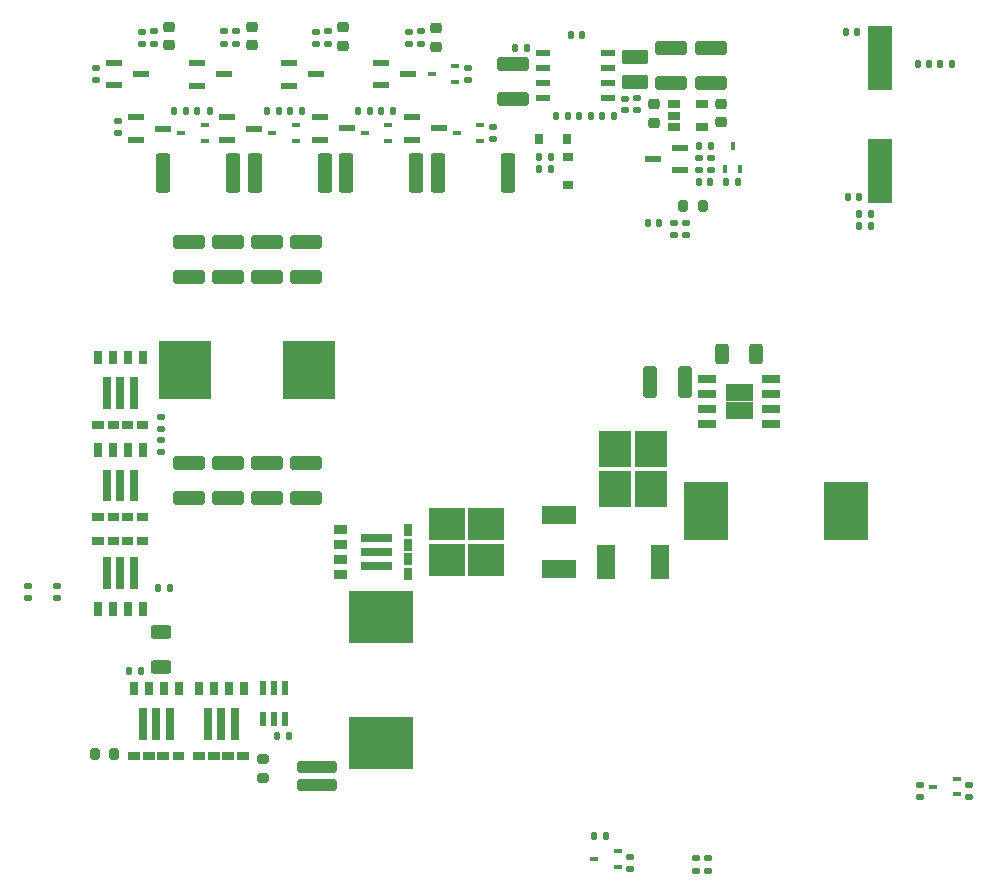
<source format=gtp>
G04 #@! TF.GenerationSoftware,KiCad,Pcbnew,(6.0.0)*
G04 #@! TF.CreationDate,2022-02-12T01:51:36-05:00*
G04 #@! TF.ProjectId,FalconMain,46616c63-6f6e-44d6-9169-6e2e6b696361,1A*
G04 #@! TF.SameCoordinates,Original*
G04 #@! TF.FileFunction,Paste,Top*
G04 #@! TF.FilePolarity,Positive*
%FSLAX46Y46*%
G04 Gerber Fmt 4.6, Leading zero omitted, Abs format (unit mm)*
G04 Created by KiCad (PCBNEW (6.0.0)) date 2022-02-12 01:51:36*
%MOMM*%
%LPD*%
G01*
G04 APERTURE LIST*
G04 Aperture macros list*
%AMRoundRect*
0 Rectangle with rounded corners*
0 $1 Rounding radius*
0 $2 $3 $4 $5 $6 $7 $8 $9 X,Y pos of 4 corners*
0 Add a 4 corners polygon primitive as box body*
4,1,4,$2,$3,$4,$5,$6,$7,$8,$9,$2,$3,0*
0 Add four circle primitives for the rounded corners*
1,1,$1+$1,$2,$3*
1,1,$1+$1,$4,$5*
1,1,$1+$1,$6,$7*
1,1,$1+$1,$8,$9*
0 Add four rect primitives between the rounded corners*
20,1,$1+$1,$2,$3,$4,$5,0*
20,1,$1+$1,$4,$5,$6,$7,0*
20,1,$1+$1,$6,$7,$8,$9,0*
20,1,$1+$1,$8,$9,$2,$3,0*%
G04 Aperture macros list end*
%ADD10C,0.010000*%
%ADD11C,0.100000*%
%ADD12RoundRect,0.135000X0.135000X0.185000X-0.135000X0.185000X-0.135000X-0.185000X0.135000X-0.185000X0*%
%ADD13RoundRect,0.225000X-0.250000X0.225000X-0.250000X-0.225000X0.250000X-0.225000X0.250000X0.225000X0*%
%ADD14RoundRect,0.135000X0.185000X-0.135000X0.185000X0.135000X-0.185000X0.135000X-0.185000X-0.135000X0*%
%ADD15R,1.411199X0.568000*%
%ADD16RoundRect,0.250000X-1.100000X0.325000X-1.100000X-0.325000X1.100000X-0.325000X1.100000X0.325000X0*%
%ADD17R,0.700000X0.450000*%
%ADD18RoundRect,0.135000X-0.185000X0.135000X-0.185000X-0.135000X0.185000X-0.135000X0.185000X0.135000X0*%
%ADD19RoundRect,0.250000X0.625000X-0.312500X0.625000X0.312500X-0.625000X0.312500X-0.625000X-0.312500X0*%
%ADD20RoundRect,0.135000X-0.135000X-0.185000X0.135000X-0.185000X0.135000X0.185000X-0.135000X0.185000X0*%
%ADD21R,4.500000X5.000000*%
%ADD22RoundRect,0.140000X-0.170000X0.140000X-0.170000X-0.140000X0.170000X-0.140000X0.170000X0.140000X0*%
%ADD23R,3.050000X2.750000*%
%ADD24R,3.000000X1.600000*%
%ADD25RoundRect,0.140000X0.140000X0.170000X-0.140000X0.170000X-0.140000X-0.170000X0.140000X-0.170000X0*%
%ADD26R,0.800000X0.900000*%
%ADD27R,0.620000X1.220000*%
%ADD28RoundRect,0.140000X-0.140000X-0.170000X0.140000X-0.170000X0.140000X0.170000X-0.140000X0.170000X0*%
%ADD29R,3.850000X5.000000*%
%ADD30RoundRect,0.250000X-0.362500X-1.425000X0.362500X-1.425000X0.362500X1.425000X-0.362500X1.425000X0*%
%ADD31RoundRect,0.200000X-0.275000X0.200000X-0.275000X-0.200000X0.275000X-0.200000X0.275000X0.200000X0*%
%ADD32R,0.900000X0.800000*%
%ADD33RoundRect,0.200000X0.200000X0.275000X-0.200000X0.275000X-0.200000X-0.275000X0.200000X-0.275000X0*%
%ADD34R,1.500000X0.650000*%
%ADD35R,2.000000X5.500000*%
%ADD36RoundRect,0.200000X-0.200000X-0.275000X0.200000X-0.275000X0.200000X0.275000X-0.200000X0.275000X0*%
%ADD37R,0.450000X0.700000*%
%ADD38RoundRect,0.250000X0.312500X0.625000X-0.312500X0.625000X-0.312500X-0.625000X0.312500X-0.625000X0*%
%ADD39R,5.500000X4.500000*%
%ADD40RoundRect,0.250000X1.100000X-0.325000X1.100000X0.325000X-1.100000X0.325000X-1.100000X-0.325000X0*%
%ADD41RoundRect,0.250000X-0.325000X-1.100000X0.325000X-1.100000X0.325000X1.100000X-0.325000X1.100000X0*%
%ADD42R,1.168400X0.482600*%
%ADD43RoundRect,0.225000X0.250000X-0.225000X0.250000X0.225000X-0.250000X0.225000X-0.250000X-0.225000X0*%
%ADD44RoundRect,0.250000X1.450000X-0.250000X1.450000X0.250000X-1.450000X0.250000X-1.450000X-0.250000X0*%
%ADD45RoundRect,0.250000X-0.850000X0.375000X-0.850000X-0.375000X0.850000X-0.375000X0.850000X0.375000X0*%
%ADD46R,1.000000X0.700000*%
%ADD47R,2.750000X3.050000*%
%ADD48R,1.600000X3.000000*%
G04 APERTURE END LIST*
D10*
X135150000Y-108117500D02*
X136200000Y-108117500D01*
X136200000Y-108117500D02*
X136200000Y-108717500D01*
X136200000Y-108717500D02*
X135150000Y-108717500D01*
X135150000Y-108717500D02*
X135150000Y-108117500D01*
G36*
X136200000Y-108717500D02*
G01*
X135150000Y-108717500D01*
X135150000Y-108117500D01*
X136200000Y-108117500D01*
X136200000Y-108717500D01*
G37*
X136200000Y-108717500D02*
X135150000Y-108717500D01*
X135150000Y-108117500D01*
X136200000Y-108117500D01*
X136200000Y-108717500D01*
X137400000Y-111172500D02*
X138300000Y-111172500D01*
X138300000Y-111172500D02*
X138300000Y-111772500D01*
X138300000Y-111772500D02*
X137400000Y-111772500D01*
X137400000Y-111772500D02*
X137400000Y-111172500D01*
G36*
X138300000Y-111772500D02*
G01*
X137400000Y-111772500D01*
X137400000Y-111172500D01*
X138300000Y-111172500D01*
X138300000Y-111772500D01*
G37*
X138300000Y-111772500D02*
X137400000Y-111772500D01*
X137400000Y-111172500D01*
X138300000Y-111172500D01*
X138300000Y-111772500D01*
X135150000Y-110657500D02*
X136200000Y-110657500D01*
X136200000Y-110657500D02*
X136200000Y-111257500D01*
X136200000Y-111257500D02*
X135150000Y-111257500D01*
X135150000Y-111257500D02*
X135150000Y-110657500D01*
G36*
X136200000Y-111257500D02*
G01*
X135150000Y-111257500D01*
X135150000Y-110657500D01*
X136200000Y-110657500D01*
X136200000Y-111257500D01*
G37*
X136200000Y-111257500D02*
X135150000Y-111257500D01*
X135150000Y-110657500D01*
X136200000Y-110657500D01*
X136200000Y-111257500D01*
X138250000Y-108872500D02*
X139150000Y-108872500D01*
X139150000Y-108872500D02*
X139150000Y-109472500D01*
X139150000Y-109472500D02*
X138250000Y-109472500D01*
X138250000Y-109472500D02*
X138250000Y-108872500D01*
G36*
X139150000Y-109472500D02*
G01*
X138250000Y-109472500D01*
X138250000Y-108872500D01*
X139150000Y-108872500D01*
X139150000Y-109472500D01*
G37*
X139150000Y-109472500D02*
X138250000Y-109472500D01*
X138250000Y-108872500D01*
X139150000Y-108872500D01*
X139150000Y-109472500D01*
X139100000Y-111172500D02*
X140000000Y-111172500D01*
X140000000Y-111172500D02*
X140000000Y-111772500D01*
X140000000Y-111772500D02*
X139100000Y-111772500D01*
X139100000Y-111772500D02*
X139100000Y-111172500D01*
G36*
X140000000Y-111772500D02*
G01*
X139100000Y-111772500D01*
X139100000Y-111172500D01*
X140000000Y-111172500D01*
X140000000Y-111772500D01*
G37*
X140000000Y-111772500D02*
X139100000Y-111772500D01*
X139100000Y-111172500D01*
X140000000Y-111172500D01*
X140000000Y-111772500D01*
X139100000Y-108872500D02*
X140000000Y-108872500D01*
X140000000Y-108872500D02*
X140000000Y-109472500D01*
X140000000Y-109472500D02*
X139100000Y-109472500D01*
X139100000Y-109472500D02*
X139100000Y-108872500D01*
G36*
X140000000Y-109472500D02*
G01*
X139100000Y-109472500D01*
X139100000Y-108872500D01*
X140000000Y-108872500D01*
X140000000Y-109472500D01*
G37*
X140000000Y-109472500D02*
X139100000Y-109472500D01*
X139100000Y-108872500D01*
X140000000Y-108872500D01*
X140000000Y-109472500D01*
X137400000Y-108872500D02*
X138300000Y-108872500D01*
X138300000Y-108872500D02*
X138300000Y-109472500D01*
X138300000Y-109472500D02*
X137400000Y-109472500D01*
X137400000Y-109472500D02*
X137400000Y-108872500D01*
G36*
X138300000Y-109472500D02*
G01*
X137400000Y-109472500D01*
X137400000Y-108872500D01*
X138300000Y-108872500D01*
X138300000Y-109472500D01*
G37*
X138300000Y-109472500D02*
X137400000Y-109472500D01*
X137400000Y-108872500D01*
X138300000Y-108872500D01*
X138300000Y-109472500D01*
X135150000Y-111927500D02*
X136200000Y-111927500D01*
X136200000Y-111927500D02*
X136200000Y-112527500D01*
X136200000Y-112527500D02*
X135150000Y-112527500D01*
X135150000Y-112527500D02*
X135150000Y-111927500D01*
G36*
X136200000Y-112527500D02*
G01*
X135150000Y-112527500D01*
X135150000Y-111927500D01*
X136200000Y-111927500D01*
X136200000Y-112527500D01*
G37*
X136200000Y-112527500D02*
X135150000Y-112527500D01*
X135150000Y-111927500D01*
X136200000Y-111927500D01*
X136200000Y-112527500D01*
X137400000Y-110022500D02*
X138300000Y-110022500D01*
X138300000Y-110022500D02*
X138300000Y-110622500D01*
X138300000Y-110622500D02*
X137400000Y-110622500D01*
X137400000Y-110622500D02*
X137400000Y-110022500D01*
G36*
X138300000Y-110622500D02*
G01*
X137400000Y-110622500D01*
X137400000Y-110022500D01*
X138300000Y-110022500D01*
X138300000Y-110622500D01*
G37*
X138300000Y-110622500D02*
X137400000Y-110622500D01*
X137400000Y-110022500D01*
X138300000Y-110022500D01*
X138300000Y-110622500D01*
X141100000Y-107997500D02*
X141700000Y-107997500D01*
X141700000Y-107997500D02*
X141700000Y-108897500D01*
X141700000Y-108897500D02*
X141100000Y-108897500D01*
X141100000Y-108897500D02*
X141100000Y-107997500D01*
G36*
X141700000Y-108897500D02*
G01*
X141100000Y-108897500D01*
X141100000Y-107997500D01*
X141700000Y-107997500D01*
X141700000Y-108897500D01*
G37*
X141700000Y-108897500D02*
X141100000Y-108897500D01*
X141100000Y-107997500D01*
X141700000Y-107997500D01*
X141700000Y-108897500D01*
X141100000Y-109272500D02*
X141700000Y-109272500D01*
X141700000Y-109272500D02*
X141700000Y-110172500D01*
X141700000Y-110172500D02*
X141100000Y-110172500D01*
X141100000Y-110172500D02*
X141100000Y-109272500D01*
G36*
X141700000Y-110172500D02*
G01*
X141100000Y-110172500D01*
X141100000Y-109272500D01*
X141700000Y-109272500D01*
X141700000Y-110172500D01*
G37*
X141700000Y-110172500D02*
X141100000Y-110172500D01*
X141100000Y-109272500D01*
X141700000Y-109272500D01*
X141700000Y-110172500D01*
X141100000Y-110472500D02*
X141700000Y-110472500D01*
X141700000Y-110472500D02*
X141700000Y-111372500D01*
X141700000Y-111372500D02*
X141100000Y-111372500D01*
X141100000Y-111372500D02*
X141100000Y-110472500D01*
G36*
X141700000Y-111372500D02*
G01*
X141100000Y-111372500D01*
X141100000Y-110472500D01*
X141700000Y-110472500D01*
X141700000Y-111372500D01*
G37*
X141700000Y-111372500D02*
X141100000Y-111372500D01*
X141100000Y-110472500D01*
X141700000Y-110472500D01*
X141700000Y-111372500D01*
X135150000Y-109387500D02*
X136200000Y-109387500D01*
X136200000Y-109387500D02*
X136200000Y-109987500D01*
X136200000Y-109987500D02*
X135150000Y-109987500D01*
X135150000Y-109987500D02*
X135150000Y-109387500D01*
G36*
X136200000Y-109987500D02*
G01*
X135150000Y-109987500D01*
X135150000Y-109387500D01*
X136200000Y-109387500D01*
X136200000Y-109987500D01*
G37*
X136200000Y-109987500D02*
X135150000Y-109987500D01*
X135150000Y-109387500D01*
X136200000Y-109387500D01*
X136200000Y-109987500D01*
X138250000Y-111172500D02*
X139150000Y-111172500D01*
X139150000Y-111172500D02*
X139150000Y-111772500D01*
X139150000Y-111772500D02*
X138250000Y-111772500D01*
X138250000Y-111772500D02*
X138250000Y-111172500D01*
G36*
X139150000Y-111772500D02*
G01*
X138250000Y-111772500D01*
X138250000Y-111172500D01*
X139150000Y-111172500D01*
X139150000Y-111772500D01*
G37*
X139150000Y-111772500D02*
X138250000Y-111772500D01*
X138250000Y-111172500D01*
X139150000Y-111172500D01*
X139150000Y-111772500D01*
X141100000Y-111747500D02*
X141700000Y-111747500D01*
X141700000Y-111747500D02*
X141700000Y-112647500D01*
X141700000Y-112647500D02*
X141100000Y-112647500D01*
X141100000Y-112647500D02*
X141100000Y-111747500D01*
G36*
X141700000Y-112647500D02*
G01*
X141100000Y-112647500D01*
X141100000Y-111747500D01*
X141700000Y-111747500D01*
X141700000Y-112647500D01*
G37*
X141700000Y-112647500D02*
X141100000Y-112647500D01*
X141100000Y-111747500D01*
X141700000Y-111747500D01*
X141700000Y-112647500D01*
X139100000Y-110022500D02*
X140000000Y-110022500D01*
X140000000Y-110022500D02*
X140000000Y-110622500D01*
X140000000Y-110622500D02*
X139100000Y-110622500D01*
X139100000Y-110622500D02*
X139100000Y-110022500D01*
G36*
X140000000Y-110622500D02*
G01*
X139100000Y-110622500D01*
X139100000Y-110022500D01*
X140000000Y-110022500D01*
X140000000Y-110622500D01*
G37*
X140000000Y-110622500D02*
X139100000Y-110622500D01*
X139100000Y-110022500D01*
X140000000Y-110022500D01*
X140000000Y-110622500D01*
X138250000Y-110022500D02*
X139150000Y-110022500D01*
X139150000Y-110022500D02*
X139150000Y-110622500D01*
X139150000Y-110622500D02*
X138250000Y-110622500D01*
X138250000Y-110622500D02*
X138250000Y-110022500D01*
G36*
X139150000Y-110622500D02*
G01*
X138250000Y-110622500D01*
X138250000Y-110022500D01*
X139150000Y-110022500D01*
X139150000Y-110622500D01*
G37*
X139150000Y-110622500D02*
X138250000Y-110622500D01*
X138250000Y-110022500D01*
X139150000Y-110022500D01*
X139150000Y-110622500D01*
X125400000Y-127305000D02*
X125400000Y-127905000D01*
X125400000Y-127905000D02*
X124500000Y-127905000D01*
X124500000Y-127905000D02*
X124500000Y-127305000D01*
X124500000Y-127305000D02*
X125400000Y-127305000D01*
G36*
X125400000Y-127905000D02*
G01*
X124500000Y-127905000D01*
X124500000Y-127305000D01*
X125400000Y-127305000D01*
X125400000Y-127905000D01*
G37*
X125400000Y-127905000D02*
X124500000Y-127905000D01*
X124500000Y-127305000D01*
X125400000Y-127305000D01*
X125400000Y-127905000D01*
X124700000Y-123605000D02*
X124700000Y-124505000D01*
X124700000Y-124505000D02*
X124100000Y-124505000D01*
X124100000Y-124505000D02*
X124100000Y-123605000D01*
X124100000Y-123605000D02*
X124700000Y-123605000D01*
G36*
X124700000Y-124505000D02*
G01*
X124100000Y-124505000D01*
X124100000Y-123605000D01*
X124700000Y-123605000D01*
X124700000Y-124505000D01*
G37*
X124700000Y-124505000D02*
X124100000Y-124505000D01*
X124100000Y-123605000D01*
X124700000Y-123605000D01*
X124700000Y-124505000D01*
X124125000Y-127305000D02*
X124125000Y-127905000D01*
X124125000Y-127905000D02*
X123225000Y-127905000D01*
X123225000Y-127905000D02*
X123225000Y-127305000D01*
X123225000Y-127305000D02*
X124125000Y-127305000D01*
G36*
X124125000Y-127905000D02*
G01*
X123225000Y-127905000D01*
X123225000Y-127305000D01*
X124125000Y-127305000D01*
X124125000Y-127905000D01*
G37*
X124125000Y-127905000D02*
X123225000Y-127905000D01*
X123225000Y-127305000D01*
X124125000Y-127305000D01*
X124125000Y-127905000D01*
X124700000Y-125305000D02*
X124700000Y-126205000D01*
X124700000Y-126205000D02*
X124100000Y-126205000D01*
X124100000Y-126205000D02*
X124100000Y-125305000D01*
X124100000Y-125305000D02*
X124700000Y-125305000D01*
G36*
X124700000Y-126205000D02*
G01*
X124100000Y-126205000D01*
X124100000Y-125305000D01*
X124700000Y-125305000D01*
X124700000Y-126205000D01*
G37*
X124700000Y-126205000D02*
X124100000Y-126205000D01*
X124100000Y-125305000D01*
X124700000Y-125305000D01*
X124700000Y-126205000D01*
X125850000Y-124455000D02*
X125850000Y-125355000D01*
X125850000Y-125355000D02*
X125250000Y-125355000D01*
X125250000Y-125355000D02*
X125250000Y-124455000D01*
X125250000Y-124455000D02*
X125850000Y-124455000D01*
G36*
X125850000Y-125355000D02*
G01*
X125250000Y-125355000D01*
X125250000Y-124455000D01*
X125850000Y-124455000D01*
X125850000Y-125355000D01*
G37*
X125850000Y-125355000D02*
X125250000Y-125355000D01*
X125250000Y-124455000D01*
X125850000Y-124455000D01*
X125850000Y-125355000D01*
X126600000Y-127305000D02*
X126600000Y-127905000D01*
X126600000Y-127905000D02*
X125700000Y-127905000D01*
X125700000Y-127905000D02*
X125700000Y-127305000D01*
X125700000Y-127305000D02*
X126600000Y-127305000D01*
G36*
X126600000Y-127905000D02*
G01*
X125700000Y-127905000D01*
X125700000Y-127305000D01*
X126600000Y-127305000D01*
X126600000Y-127905000D01*
G37*
X126600000Y-127905000D02*
X125700000Y-127905000D01*
X125700000Y-127305000D01*
X126600000Y-127305000D01*
X126600000Y-127905000D01*
X127000000Y-123605000D02*
X127000000Y-124505000D01*
X127000000Y-124505000D02*
X126400000Y-124505000D01*
X126400000Y-124505000D02*
X126400000Y-123605000D01*
X126400000Y-123605000D02*
X127000000Y-123605000D01*
G36*
X127000000Y-124505000D02*
G01*
X126400000Y-124505000D01*
X126400000Y-123605000D01*
X127000000Y-123605000D01*
X127000000Y-124505000D01*
G37*
X127000000Y-124505000D02*
X126400000Y-124505000D01*
X126400000Y-123605000D01*
X127000000Y-123605000D01*
X127000000Y-124505000D01*
X125850000Y-123605000D02*
X125850000Y-124505000D01*
X125850000Y-124505000D02*
X125250000Y-124505000D01*
X125250000Y-124505000D02*
X125250000Y-123605000D01*
X125250000Y-123605000D02*
X125850000Y-123605000D01*
G36*
X125850000Y-124505000D02*
G01*
X125250000Y-124505000D01*
X125250000Y-123605000D01*
X125850000Y-123605000D01*
X125850000Y-124505000D01*
G37*
X125850000Y-124505000D02*
X125250000Y-124505000D01*
X125250000Y-123605000D01*
X125850000Y-123605000D01*
X125850000Y-124505000D01*
X127000000Y-125305000D02*
X127000000Y-126205000D01*
X127000000Y-126205000D02*
X126400000Y-126205000D01*
X126400000Y-126205000D02*
X126400000Y-125305000D01*
X126400000Y-125305000D02*
X127000000Y-125305000D01*
G36*
X127000000Y-126205000D02*
G01*
X126400000Y-126205000D01*
X126400000Y-125305000D01*
X127000000Y-125305000D01*
X127000000Y-126205000D01*
G37*
X127000000Y-126205000D02*
X126400000Y-126205000D01*
X126400000Y-125305000D01*
X127000000Y-125305000D01*
X127000000Y-126205000D01*
X127000000Y-124455000D02*
X127000000Y-125355000D01*
X127000000Y-125355000D02*
X126400000Y-125355000D01*
X126400000Y-125355000D02*
X126400000Y-124455000D01*
X126400000Y-124455000D02*
X127000000Y-124455000D01*
G36*
X127000000Y-125355000D02*
G01*
X126400000Y-125355000D01*
X126400000Y-124455000D01*
X127000000Y-124455000D01*
X127000000Y-125355000D01*
G37*
X127000000Y-125355000D02*
X126400000Y-125355000D01*
X126400000Y-124455000D01*
X127000000Y-124455000D01*
X127000000Y-125355000D01*
X125215000Y-121355000D02*
X125215000Y-122405000D01*
X125215000Y-122405000D02*
X124615000Y-122405000D01*
X124615000Y-122405000D02*
X124615000Y-121355000D01*
X124615000Y-121355000D02*
X125215000Y-121355000D01*
G36*
X125215000Y-122405000D02*
G01*
X124615000Y-122405000D01*
X124615000Y-121355000D01*
X125215000Y-121355000D01*
X125215000Y-122405000D01*
G37*
X125215000Y-122405000D02*
X124615000Y-122405000D01*
X124615000Y-121355000D01*
X125215000Y-121355000D01*
X125215000Y-122405000D01*
X125850000Y-125305000D02*
X125850000Y-126205000D01*
X125850000Y-126205000D02*
X125250000Y-126205000D01*
X125250000Y-126205000D02*
X125250000Y-125305000D01*
X125250000Y-125305000D02*
X125850000Y-125305000D01*
G36*
X125850000Y-126205000D02*
G01*
X125250000Y-126205000D01*
X125250000Y-125305000D01*
X125850000Y-125305000D01*
X125850000Y-126205000D01*
G37*
X125850000Y-126205000D02*
X125250000Y-126205000D01*
X125250000Y-125305000D01*
X125850000Y-125305000D01*
X125850000Y-126205000D01*
X126485000Y-121355000D02*
X126485000Y-122405000D01*
X126485000Y-122405000D02*
X125885000Y-122405000D01*
X125885000Y-122405000D02*
X125885000Y-121355000D01*
X125885000Y-121355000D02*
X126485000Y-121355000D01*
G36*
X126485000Y-122405000D02*
G01*
X125885000Y-122405000D01*
X125885000Y-121355000D01*
X126485000Y-121355000D01*
X126485000Y-122405000D01*
G37*
X126485000Y-122405000D02*
X125885000Y-122405000D01*
X125885000Y-121355000D01*
X126485000Y-121355000D01*
X126485000Y-122405000D01*
X124700000Y-124455000D02*
X124700000Y-125355000D01*
X124700000Y-125355000D02*
X124100000Y-125355000D01*
X124100000Y-125355000D02*
X124100000Y-124455000D01*
X124100000Y-124455000D02*
X124700000Y-124455000D01*
G36*
X124700000Y-125355000D02*
G01*
X124100000Y-125355000D01*
X124100000Y-124455000D01*
X124700000Y-124455000D01*
X124700000Y-125355000D01*
G37*
X124700000Y-125355000D02*
X124100000Y-125355000D01*
X124100000Y-124455000D01*
X124700000Y-124455000D01*
X124700000Y-125355000D01*
X127875000Y-127305000D02*
X127875000Y-127905000D01*
X127875000Y-127905000D02*
X126975000Y-127905000D01*
X126975000Y-127905000D02*
X126975000Y-127305000D01*
X126975000Y-127305000D02*
X127875000Y-127305000D01*
G36*
X127875000Y-127905000D02*
G01*
X126975000Y-127905000D01*
X126975000Y-127305000D01*
X127875000Y-127305000D01*
X127875000Y-127905000D01*
G37*
X127875000Y-127905000D02*
X126975000Y-127905000D01*
X126975000Y-127305000D01*
X127875000Y-127305000D01*
X127875000Y-127905000D01*
X123945000Y-121355000D02*
X123945000Y-122405000D01*
X123945000Y-122405000D02*
X123345000Y-122405000D01*
X123345000Y-122405000D02*
X123345000Y-121355000D01*
X123345000Y-121355000D02*
X123945000Y-121355000D01*
G36*
X123945000Y-122405000D02*
G01*
X123345000Y-122405000D01*
X123345000Y-121355000D01*
X123945000Y-121355000D01*
X123945000Y-122405000D01*
G37*
X123945000Y-122405000D02*
X123345000Y-122405000D01*
X123345000Y-121355000D01*
X123945000Y-121355000D01*
X123945000Y-122405000D01*
X127755000Y-121355000D02*
X127755000Y-122405000D01*
X127755000Y-122405000D02*
X127155000Y-122405000D01*
X127155000Y-122405000D02*
X127155000Y-121355000D01*
X127155000Y-121355000D02*
X127755000Y-121355000D01*
G36*
X127755000Y-122405000D02*
G01*
X127155000Y-122405000D01*
X127155000Y-121355000D01*
X127755000Y-121355000D01*
X127755000Y-122405000D01*
G37*
X127755000Y-122405000D02*
X127155000Y-122405000D01*
X127155000Y-121355000D01*
X127755000Y-121355000D01*
X127755000Y-122405000D01*
D11*
X170556500Y-97500000D02*
X170556500Y-96163300D01*
X170556500Y-96163300D02*
X168343500Y-96163300D01*
X168343500Y-96163300D02*
X168343500Y-97500000D01*
X168343500Y-97500000D02*
X170556500Y-97500000D01*
G36*
X170556500Y-97500000D02*
G01*
X168343500Y-97500000D01*
X168343500Y-96163300D01*
X170556500Y-96163300D01*
X170556500Y-97500000D01*
G37*
X170556500Y-97500000D02*
X168343500Y-97500000D01*
X168343500Y-96163300D01*
X170556500Y-96163300D01*
X170556500Y-97500000D01*
X170556500Y-99036700D02*
X170556500Y-97700000D01*
X170556500Y-97700000D02*
X168343500Y-97700000D01*
X168343500Y-97700000D02*
X168343500Y-99036700D01*
X168343500Y-99036700D02*
X170556500Y-99036700D01*
G36*
X170556500Y-99036700D02*
G01*
X168343500Y-99036700D01*
X168343500Y-97700000D01*
X170556500Y-97700000D01*
X170556500Y-99036700D01*
G37*
X170556500Y-99036700D02*
X168343500Y-99036700D01*
X168343500Y-97700000D01*
X170556500Y-97700000D01*
X170556500Y-99036700D01*
D10*
X121500000Y-125305000D02*
X121500000Y-126205000D01*
X121500000Y-126205000D02*
X120900000Y-126205000D01*
X120900000Y-126205000D02*
X120900000Y-125305000D01*
X120900000Y-125305000D02*
X121500000Y-125305000D01*
G36*
X121500000Y-126205000D02*
G01*
X120900000Y-126205000D01*
X120900000Y-125305000D01*
X121500000Y-125305000D01*
X121500000Y-126205000D01*
G37*
X121500000Y-126205000D02*
X120900000Y-126205000D01*
X120900000Y-125305000D01*
X121500000Y-125305000D01*
X121500000Y-126205000D01*
X119715000Y-121355000D02*
X119715000Y-122405000D01*
X119715000Y-122405000D02*
X119115000Y-122405000D01*
X119115000Y-122405000D02*
X119115000Y-121355000D01*
X119115000Y-121355000D02*
X119715000Y-121355000D01*
G36*
X119715000Y-122405000D02*
G01*
X119115000Y-122405000D01*
X119115000Y-121355000D01*
X119715000Y-121355000D01*
X119715000Y-122405000D01*
G37*
X119715000Y-122405000D02*
X119115000Y-122405000D01*
X119115000Y-121355000D01*
X119715000Y-121355000D01*
X119715000Y-122405000D01*
X121500000Y-123605000D02*
X121500000Y-124505000D01*
X121500000Y-124505000D02*
X120900000Y-124505000D01*
X120900000Y-124505000D02*
X120900000Y-123605000D01*
X120900000Y-123605000D02*
X121500000Y-123605000D01*
G36*
X121500000Y-124505000D02*
G01*
X120900000Y-124505000D01*
X120900000Y-123605000D01*
X121500000Y-123605000D01*
X121500000Y-124505000D01*
G37*
X121500000Y-124505000D02*
X120900000Y-124505000D01*
X120900000Y-123605000D01*
X121500000Y-123605000D01*
X121500000Y-124505000D01*
X119200000Y-124455000D02*
X119200000Y-125355000D01*
X119200000Y-125355000D02*
X118600000Y-125355000D01*
X118600000Y-125355000D02*
X118600000Y-124455000D01*
X118600000Y-124455000D02*
X119200000Y-124455000D01*
G36*
X119200000Y-125355000D02*
G01*
X118600000Y-125355000D01*
X118600000Y-124455000D01*
X119200000Y-124455000D01*
X119200000Y-125355000D01*
G37*
X119200000Y-125355000D02*
X118600000Y-125355000D01*
X118600000Y-124455000D01*
X119200000Y-124455000D01*
X119200000Y-125355000D01*
X120985000Y-121355000D02*
X120985000Y-122405000D01*
X120985000Y-122405000D02*
X120385000Y-122405000D01*
X120385000Y-122405000D02*
X120385000Y-121355000D01*
X120385000Y-121355000D02*
X120985000Y-121355000D01*
G36*
X120985000Y-122405000D02*
G01*
X120385000Y-122405000D01*
X120385000Y-121355000D01*
X120985000Y-121355000D01*
X120985000Y-122405000D01*
G37*
X120985000Y-122405000D02*
X120385000Y-122405000D01*
X120385000Y-121355000D01*
X120985000Y-121355000D01*
X120985000Y-122405000D01*
X118625000Y-127305000D02*
X118625000Y-127905000D01*
X118625000Y-127905000D02*
X117725000Y-127905000D01*
X117725000Y-127905000D02*
X117725000Y-127305000D01*
X117725000Y-127305000D02*
X118625000Y-127305000D01*
G36*
X118625000Y-127905000D02*
G01*
X117725000Y-127905000D01*
X117725000Y-127305000D01*
X118625000Y-127305000D01*
X118625000Y-127905000D01*
G37*
X118625000Y-127905000D02*
X117725000Y-127905000D01*
X117725000Y-127305000D01*
X118625000Y-127305000D01*
X118625000Y-127905000D01*
X120350000Y-124455000D02*
X120350000Y-125355000D01*
X120350000Y-125355000D02*
X119750000Y-125355000D01*
X119750000Y-125355000D02*
X119750000Y-124455000D01*
X119750000Y-124455000D02*
X120350000Y-124455000D01*
G36*
X120350000Y-125355000D02*
G01*
X119750000Y-125355000D01*
X119750000Y-124455000D01*
X120350000Y-124455000D01*
X120350000Y-125355000D01*
G37*
X120350000Y-125355000D02*
X119750000Y-125355000D01*
X119750000Y-124455000D01*
X120350000Y-124455000D01*
X120350000Y-125355000D01*
X120350000Y-125305000D02*
X120350000Y-126205000D01*
X120350000Y-126205000D02*
X119750000Y-126205000D01*
X119750000Y-126205000D02*
X119750000Y-125305000D01*
X119750000Y-125305000D02*
X120350000Y-125305000D01*
G36*
X120350000Y-126205000D02*
G01*
X119750000Y-126205000D01*
X119750000Y-125305000D01*
X120350000Y-125305000D01*
X120350000Y-126205000D01*
G37*
X120350000Y-126205000D02*
X119750000Y-126205000D01*
X119750000Y-125305000D01*
X120350000Y-125305000D01*
X120350000Y-126205000D01*
X119200000Y-123605000D02*
X119200000Y-124505000D01*
X119200000Y-124505000D02*
X118600000Y-124505000D01*
X118600000Y-124505000D02*
X118600000Y-123605000D01*
X118600000Y-123605000D02*
X119200000Y-123605000D01*
G36*
X119200000Y-124505000D02*
G01*
X118600000Y-124505000D01*
X118600000Y-123605000D01*
X119200000Y-123605000D01*
X119200000Y-124505000D01*
G37*
X119200000Y-124505000D02*
X118600000Y-124505000D01*
X118600000Y-123605000D01*
X119200000Y-123605000D01*
X119200000Y-124505000D01*
X122375000Y-127305000D02*
X122375000Y-127905000D01*
X122375000Y-127905000D02*
X121475000Y-127905000D01*
X121475000Y-127905000D02*
X121475000Y-127305000D01*
X121475000Y-127305000D02*
X122375000Y-127305000D01*
G36*
X122375000Y-127905000D02*
G01*
X121475000Y-127905000D01*
X121475000Y-127305000D01*
X122375000Y-127305000D01*
X122375000Y-127905000D01*
G37*
X122375000Y-127905000D02*
X121475000Y-127905000D01*
X121475000Y-127305000D01*
X122375000Y-127305000D01*
X122375000Y-127905000D01*
X119900000Y-127305000D02*
X119900000Y-127905000D01*
X119900000Y-127905000D02*
X119000000Y-127905000D01*
X119000000Y-127905000D02*
X119000000Y-127305000D01*
X119000000Y-127305000D02*
X119900000Y-127305000D01*
G36*
X119900000Y-127905000D02*
G01*
X119000000Y-127905000D01*
X119000000Y-127305000D01*
X119900000Y-127305000D01*
X119900000Y-127905000D01*
G37*
X119900000Y-127905000D02*
X119000000Y-127905000D01*
X119000000Y-127305000D01*
X119900000Y-127305000D01*
X119900000Y-127905000D01*
X120350000Y-123605000D02*
X120350000Y-124505000D01*
X120350000Y-124505000D02*
X119750000Y-124505000D01*
X119750000Y-124505000D02*
X119750000Y-123605000D01*
X119750000Y-123605000D02*
X120350000Y-123605000D01*
G36*
X120350000Y-124505000D02*
G01*
X119750000Y-124505000D01*
X119750000Y-123605000D01*
X120350000Y-123605000D01*
X120350000Y-124505000D01*
G37*
X120350000Y-124505000D02*
X119750000Y-124505000D01*
X119750000Y-123605000D01*
X120350000Y-123605000D01*
X120350000Y-124505000D01*
X121500000Y-124455000D02*
X121500000Y-125355000D01*
X121500000Y-125355000D02*
X120900000Y-125355000D01*
X120900000Y-125355000D02*
X120900000Y-124455000D01*
X120900000Y-124455000D02*
X121500000Y-124455000D01*
G36*
X121500000Y-125355000D02*
G01*
X120900000Y-125355000D01*
X120900000Y-124455000D01*
X121500000Y-124455000D01*
X121500000Y-125355000D01*
G37*
X121500000Y-125355000D02*
X120900000Y-125355000D01*
X120900000Y-124455000D01*
X121500000Y-124455000D01*
X121500000Y-125355000D01*
X118445000Y-121355000D02*
X118445000Y-122405000D01*
X118445000Y-122405000D02*
X117845000Y-122405000D01*
X117845000Y-122405000D02*
X117845000Y-121355000D01*
X117845000Y-121355000D02*
X118445000Y-121355000D01*
G36*
X118445000Y-122405000D02*
G01*
X117845000Y-122405000D01*
X117845000Y-121355000D01*
X118445000Y-121355000D01*
X118445000Y-122405000D01*
G37*
X118445000Y-122405000D02*
X117845000Y-122405000D01*
X117845000Y-121355000D01*
X118445000Y-121355000D01*
X118445000Y-122405000D01*
X121100000Y-127305000D02*
X121100000Y-127905000D01*
X121100000Y-127905000D02*
X120200000Y-127905000D01*
X120200000Y-127905000D02*
X120200000Y-127305000D01*
X120200000Y-127305000D02*
X121100000Y-127305000D01*
G36*
X121100000Y-127905000D02*
G01*
X120200000Y-127905000D01*
X120200000Y-127305000D01*
X121100000Y-127305000D01*
X121100000Y-127905000D01*
G37*
X121100000Y-127905000D02*
X120200000Y-127905000D01*
X120200000Y-127305000D01*
X121100000Y-127305000D01*
X121100000Y-127905000D01*
X119200000Y-125305000D02*
X119200000Y-126205000D01*
X119200000Y-126205000D02*
X118600000Y-126205000D01*
X118600000Y-126205000D02*
X118600000Y-125305000D01*
X118600000Y-125305000D02*
X119200000Y-125305000D01*
G36*
X119200000Y-126205000D02*
G01*
X118600000Y-126205000D01*
X118600000Y-125305000D01*
X119200000Y-125305000D01*
X119200000Y-126205000D01*
G37*
X119200000Y-126205000D02*
X118600000Y-126205000D01*
X118600000Y-125305000D01*
X119200000Y-125305000D01*
X119200000Y-126205000D01*
X122255000Y-121355000D02*
X122255000Y-122405000D01*
X122255000Y-122405000D02*
X121655000Y-122405000D01*
X121655000Y-122405000D02*
X121655000Y-121355000D01*
X121655000Y-121355000D02*
X122255000Y-121355000D01*
G36*
X122255000Y-122405000D02*
G01*
X121655000Y-122405000D01*
X121655000Y-121355000D01*
X122255000Y-121355000D01*
X122255000Y-122405000D01*
G37*
X122255000Y-122405000D02*
X121655000Y-122405000D01*
X121655000Y-121355000D01*
X122255000Y-121355000D01*
X122255000Y-122405000D01*
X118475000Y-105095000D02*
X118475000Y-105995000D01*
X118475000Y-105995000D02*
X117875000Y-105995000D01*
X117875000Y-105995000D02*
X117875000Y-105095000D01*
X117875000Y-105095000D02*
X118475000Y-105095000D01*
G36*
X118475000Y-105995000D02*
G01*
X117875000Y-105995000D01*
X117875000Y-105095000D01*
X118475000Y-105095000D01*
X118475000Y-105995000D01*
G37*
X118475000Y-105995000D02*
X117875000Y-105995000D01*
X117875000Y-105095000D01*
X118475000Y-105095000D01*
X118475000Y-105995000D01*
X117325000Y-104245000D02*
X117325000Y-105145000D01*
X117325000Y-105145000D02*
X116725000Y-105145000D01*
X116725000Y-105145000D02*
X116725000Y-104245000D01*
X116725000Y-104245000D02*
X117325000Y-104245000D01*
G36*
X117325000Y-105145000D02*
G01*
X116725000Y-105145000D01*
X116725000Y-104245000D01*
X117325000Y-104245000D01*
X117325000Y-105145000D01*
G37*
X117325000Y-105145000D02*
X116725000Y-105145000D01*
X116725000Y-104245000D01*
X117325000Y-104245000D01*
X117325000Y-105145000D01*
X116175000Y-105095000D02*
X116175000Y-105995000D01*
X116175000Y-105995000D02*
X115575000Y-105995000D01*
X115575000Y-105995000D02*
X115575000Y-105095000D01*
X115575000Y-105095000D02*
X116175000Y-105095000D01*
G36*
X116175000Y-105995000D02*
G01*
X115575000Y-105995000D01*
X115575000Y-105095000D01*
X116175000Y-105095000D01*
X116175000Y-105995000D01*
G37*
X116175000Y-105995000D02*
X115575000Y-105995000D01*
X115575000Y-105095000D01*
X116175000Y-105095000D01*
X116175000Y-105995000D01*
X116175000Y-103395000D02*
X116175000Y-104295000D01*
X116175000Y-104295000D02*
X115575000Y-104295000D01*
X115575000Y-104295000D02*
X115575000Y-103395000D01*
X115575000Y-103395000D02*
X116175000Y-103395000D01*
G36*
X116175000Y-104295000D02*
G01*
X115575000Y-104295000D01*
X115575000Y-103395000D01*
X116175000Y-103395000D01*
X116175000Y-104295000D01*
G37*
X116175000Y-104295000D02*
X115575000Y-104295000D01*
X115575000Y-103395000D01*
X116175000Y-103395000D01*
X116175000Y-104295000D01*
X119350000Y-107095000D02*
X119350000Y-107695000D01*
X119350000Y-107695000D02*
X118450000Y-107695000D01*
X118450000Y-107695000D02*
X118450000Y-107095000D01*
X118450000Y-107095000D02*
X119350000Y-107095000D01*
G36*
X119350000Y-107695000D02*
G01*
X118450000Y-107695000D01*
X118450000Y-107095000D01*
X119350000Y-107095000D01*
X119350000Y-107695000D01*
G37*
X119350000Y-107695000D02*
X118450000Y-107695000D01*
X118450000Y-107095000D01*
X119350000Y-107095000D01*
X119350000Y-107695000D01*
X119230000Y-101145000D02*
X119230000Y-102195000D01*
X119230000Y-102195000D02*
X118630000Y-102195000D01*
X118630000Y-102195000D02*
X118630000Y-101145000D01*
X118630000Y-101145000D02*
X119230000Y-101145000D01*
G36*
X119230000Y-102195000D02*
G01*
X118630000Y-102195000D01*
X118630000Y-101145000D01*
X119230000Y-101145000D01*
X119230000Y-102195000D01*
G37*
X119230000Y-102195000D02*
X118630000Y-102195000D01*
X118630000Y-101145000D01*
X119230000Y-101145000D01*
X119230000Y-102195000D01*
X117960000Y-101145000D02*
X117960000Y-102195000D01*
X117960000Y-102195000D02*
X117360000Y-102195000D01*
X117360000Y-102195000D02*
X117360000Y-101145000D01*
X117360000Y-101145000D02*
X117960000Y-101145000D01*
G36*
X117960000Y-102195000D02*
G01*
X117360000Y-102195000D01*
X117360000Y-101145000D01*
X117960000Y-101145000D01*
X117960000Y-102195000D01*
G37*
X117960000Y-102195000D02*
X117360000Y-102195000D01*
X117360000Y-101145000D01*
X117960000Y-101145000D01*
X117960000Y-102195000D01*
X116175000Y-104245000D02*
X116175000Y-105145000D01*
X116175000Y-105145000D02*
X115575000Y-105145000D01*
X115575000Y-105145000D02*
X115575000Y-104245000D01*
X115575000Y-104245000D02*
X116175000Y-104245000D01*
G36*
X116175000Y-105145000D02*
G01*
X115575000Y-105145000D01*
X115575000Y-104245000D01*
X116175000Y-104245000D01*
X116175000Y-105145000D01*
G37*
X116175000Y-105145000D02*
X115575000Y-105145000D01*
X115575000Y-104245000D01*
X116175000Y-104245000D01*
X116175000Y-105145000D01*
X116875000Y-107095000D02*
X116875000Y-107695000D01*
X116875000Y-107695000D02*
X115975000Y-107695000D01*
X115975000Y-107695000D02*
X115975000Y-107095000D01*
X115975000Y-107095000D02*
X116875000Y-107095000D01*
G36*
X116875000Y-107695000D02*
G01*
X115975000Y-107695000D01*
X115975000Y-107095000D01*
X116875000Y-107095000D01*
X116875000Y-107695000D01*
G37*
X116875000Y-107695000D02*
X115975000Y-107695000D01*
X115975000Y-107095000D01*
X116875000Y-107095000D01*
X116875000Y-107695000D01*
X118475000Y-103395000D02*
X118475000Y-104295000D01*
X118475000Y-104295000D02*
X117875000Y-104295000D01*
X117875000Y-104295000D02*
X117875000Y-103395000D01*
X117875000Y-103395000D02*
X118475000Y-103395000D01*
G36*
X118475000Y-104295000D02*
G01*
X117875000Y-104295000D01*
X117875000Y-103395000D01*
X118475000Y-103395000D01*
X118475000Y-104295000D01*
G37*
X118475000Y-104295000D02*
X117875000Y-104295000D01*
X117875000Y-103395000D01*
X118475000Y-103395000D01*
X118475000Y-104295000D01*
X118475000Y-104245000D02*
X118475000Y-105145000D01*
X118475000Y-105145000D02*
X117875000Y-105145000D01*
X117875000Y-105145000D02*
X117875000Y-104245000D01*
X117875000Y-104245000D02*
X118475000Y-104245000D01*
G36*
X118475000Y-105145000D02*
G01*
X117875000Y-105145000D01*
X117875000Y-104245000D01*
X118475000Y-104245000D01*
X118475000Y-105145000D01*
G37*
X118475000Y-105145000D02*
X117875000Y-105145000D01*
X117875000Y-104245000D01*
X118475000Y-104245000D01*
X118475000Y-105145000D01*
X115420000Y-101145000D02*
X115420000Y-102195000D01*
X115420000Y-102195000D02*
X114820000Y-102195000D01*
X114820000Y-102195000D02*
X114820000Y-101145000D01*
X114820000Y-101145000D02*
X115420000Y-101145000D01*
G36*
X115420000Y-102195000D02*
G01*
X114820000Y-102195000D01*
X114820000Y-101145000D01*
X115420000Y-101145000D01*
X115420000Y-102195000D01*
G37*
X115420000Y-102195000D02*
X114820000Y-102195000D01*
X114820000Y-101145000D01*
X115420000Y-101145000D01*
X115420000Y-102195000D01*
X117325000Y-105095000D02*
X117325000Y-105995000D01*
X117325000Y-105995000D02*
X116725000Y-105995000D01*
X116725000Y-105995000D02*
X116725000Y-105095000D01*
X116725000Y-105095000D02*
X117325000Y-105095000D01*
G36*
X117325000Y-105995000D02*
G01*
X116725000Y-105995000D01*
X116725000Y-105095000D01*
X117325000Y-105095000D01*
X117325000Y-105995000D01*
G37*
X117325000Y-105995000D02*
X116725000Y-105995000D01*
X116725000Y-105095000D01*
X117325000Y-105095000D01*
X117325000Y-105995000D01*
X116690000Y-101145000D02*
X116690000Y-102195000D01*
X116690000Y-102195000D02*
X116090000Y-102195000D01*
X116090000Y-102195000D02*
X116090000Y-101145000D01*
X116090000Y-101145000D02*
X116690000Y-101145000D01*
G36*
X116690000Y-102195000D02*
G01*
X116090000Y-102195000D01*
X116090000Y-101145000D01*
X116690000Y-101145000D01*
X116690000Y-102195000D01*
G37*
X116690000Y-102195000D02*
X116090000Y-102195000D01*
X116090000Y-101145000D01*
X116690000Y-101145000D01*
X116690000Y-102195000D01*
X115600000Y-107095000D02*
X115600000Y-107695000D01*
X115600000Y-107695000D02*
X114700000Y-107695000D01*
X114700000Y-107695000D02*
X114700000Y-107095000D01*
X114700000Y-107095000D02*
X115600000Y-107095000D01*
G36*
X115600000Y-107695000D02*
G01*
X114700000Y-107695000D01*
X114700000Y-107095000D01*
X115600000Y-107095000D01*
X115600000Y-107695000D01*
G37*
X115600000Y-107695000D02*
X114700000Y-107695000D01*
X114700000Y-107095000D01*
X115600000Y-107095000D01*
X115600000Y-107695000D01*
X117325000Y-103395000D02*
X117325000Y-104295000D01*
X117325000Y-104295000D02*
X116725000Y-104295000D01*
X116725000Y-104295000D02*
X116725000Y-103395000D01*
X116725000Y-103395000D02*
X117325000Y-103395000D01*
G36*
X117325000Y-104295000D02*
G01*
X116725000Y-104295000D01*
X116725000Y-103395000D01*
X117325000Y-103395000D01*
X117325000Y-104295000D01*
G37*
X117325000Y-104295000D02*
X116725000Y-104295000D01*
X116725000Y-103395000D01*
X117325000Y-103395000D01*
X117325000Y-104295000D01*
X118075000Y-107095000D02*
X118075000Y-107695000D01*
X118075000Y-107695000D02*
X117175000Y-107695000D01*
X117175000Y-107695000D02*
X117175000Y-107095000D01*
X117175000Y-107095000D02*
X118075000Y-107095000D01*
G36*
X118075000Y-107695000D02*
G01*
X117175000Y-107695000D01*
X117175000Y-107095000D01*
X118075000Y-107095000D01*
X118075000Y-107695000D01*
G37*
X118075000Y-107695000D02*
X117175000Y-107695000D01*
X117175000Y-107095000D01*
X118075000Y-107095000D01*
X118075000Y-107695000D01*
X116690000Y-93320000D02*
X116690000Y-94370000D01*
X116690000Y-94370000D02*
X116090000Y-94370000D01*
X116090000Y-94370000D02*
X116090000Y-93320000D01*
X116090000Y-93320000D02*
X116690000Y-93320000D01*
G36*
X116690000Y-94370000D02*
G01*
X116090000Y-94370000D01*
X116090000Y-93320000D01*
X116690000Y-93320000D01*
X116690000Y-94370000D01*
G37*
X116690000Y-94370000D02*
X116090000Y-94370000D01*
X116090000Y-93320000D01*
X116690000Y-93320000D01*
X116690000Y-94370000D01*
X115600000Y-99270000D02*
X115600000Y-99870000D01*
X115600000Y-99870000D02*
X114700000Y-99870000D01*
X114700000Y-99870000D02*
X114700000Y-99270000D01*
X114700000Y-99270000D02*
X115600000Y-99270000D01*
G36*
X115600000Y-99870000D02*
G01*
X114700000Y-99870000D01*
X114700000Y-99270000D01*
X115600000Y-99270000D01*
X115600000Y-99870000D01*
G37*
X115600000Y-99870000D02*
X114700000Y-99870000D01*
X114700000Y-99270000D01*
X115600000Y-99270000D01*
X115600000Y-99870000D01*
X116175000Y-95570000D02*
X116175000Y-96470000D01*
X116175000Y-96470000D02*
X115575000Y-96470000D01*
X115575000Y-96470000D02*
X115575000Y-95570000D01*
X115575000Y-95570000D02*
X116175000Y-95570000D01*
G36*
X116175000Y-96470000D02*
G01*
X115575000Y-96470000D01*
X115575000Y-95570000D01*
X116175000Y-95570000D01*
X116175000Y-96470000D01*
G37*
X116175000Y-96470000D02*
X115575000Y-96470000D01*
X115575000Y-95570000D01*
X116175000Y-95570000D01*
X116175000Y-96470000D01*
X117325000Y-95570000D02*
X117325000Y-96470000D01*
X117325000Y-96470000D02*
X116725000Y-96470000D01*
X116725000Y-96470000D02*
X116725000Y-95570000D01*
X116725000Y-95570000D02*
X117325000Y-95570000D01*
G36*
X117325000Y-96470000D02*
G01*
X116725000Y-96470000D01*
X116725000Y-95570000D01*
X117325000Y-95570000D01*
X117325000Y-96470000D01*
G37*
X117325000Y-96470000D02*
X116725000Y-96470000D01*
X116725000Y-95570000D01*
X117325000Y-95570000D01*
X117325000Y-96470000D01*
X118475000Y-97270000D02*
X118475000Y-98170000D01*
X118475000Y-98170000D02*
X117875000Y-98170000D01*
X117875000Y-98170000D02*
X117875000Y-97270000D01*
X117875000Y-97270000D02*
X118475000Y-97270000D01*
G36*
X118475000Y-98170000D02*
G01*
X117875000Y-98170000D01*
X117875000Y-97270000D01*
X118475000Y-97270000D01*
X118475000Y-98170000D01*
G37*
X118475000Y-98170000D02*
X117875000Y-98170000D01*
X117875000Y-97270000D01*
X118475000Y-97270000D01*
X118475000Y-98170000D01*
X118075000Y-99270000D02*
X118075000Y-99870000D01*
X118075000Y-99870000D02*
X117175000Y-99870000D01*
X117175000Y-99870000D02*
X117175000Y-99270000D01*
X117175000Y-99270000D02*
X118075000Y-99270000D01*
G36*
X118075000Y-99870000D02*
G01*
X117175000Y-99870000D01*
X117175000Y-99270000D01*
X118075000Y-99270000D01*
X118075000Y-99870000D01*
G37*
X118075000Y-99870000D02*
X117175000Y-99870000D01*
X117175000Y-99270000D01*
X118075000Y-99270000D01*
X118075000Y-99870000D01*
X118475000Y-96420000D02*
X118475000Y-97320000D01*
X118475000Y-97320000D02*
X117875000Y-97320000D01*
X117875000Y-97320000D02*
X117875000Y-96420000D01*
X117875000Y-96420000D02*
X118475000Y-96420000D01*
G36*
X118475000Y-97320000D02*
G01*
X117875000Y-97320000D01*
X117875000Y-96420000D01*
X118475000Y-96420000D01*
X118475000Y-97320000D01*
G37*
X118475000Y-97320000D02*
X117875000Y-97320000D01*
X117875000Y-96420000D01*
X118475000Y-96420000D01*
X118475000Y-97320000D01*
X116175000Y-97270000D02*
X116175000Y-98170000D01*
X116175000Y-98170000D02*
X115575000Y-98170000D01*
X115575000Y-98170000D02*
X115575000Y-97270000D01*
X115575000Y-97270000D02*
X116175000Y-97270000D01*
G36*
X116175000Y-98170000D02*
G01*
X115575000Y-98170000D01*
X115575000Y-97270000D01*
X116175000Y-97270000D01*
X116175000Y-98170000D01*
G37*
X116175000Y-98170000D02*
X115575000Y-98170000D01*
X115575000Y-97270000D01*
X116175000Y-97270000D01*
X116175000Y-98170000D01*
X116175000Y-96420000D02*
X116175000Y-97320000D01*
X116175000Y-97320000D02*
X115575000Y-97320000D01*
X115575000Y-97320000D02*
X115575000Y-96420000D01*
X115575000Y-96420000D02*
X116175000Y-96420000D01*
G36*
X116175000Y-97320000D02*
G01*
X115575000Y-97320000D01*
X115575000Y-96420000D01*
X116175000Y-96420000D01*
X116175000Y-97320000D01*
G37*
X116175000Y-97320000D02*
X115575000Y-97320000D01*
X115575000Y-96420000D01*
X116175000Y-96420000D01*
X116175000Y-97320000D01*
X116875000Y-99270000D02*
X116875000Y-99870000D01*
X116875000Y-99870000D02*
X115975000Y-99870000D01*
X115975000Y-99870000D02*
X115975000Y-99270000D01*
X115975000Y-99270000D02*
X116875000Y-99270000D01*
G36*
X116875000Y-99870000D02*
G01*
X115975000Y-99870000D01*
X115975000Y-99270000D01*
X116875000Y-99270000D01*
X116875000Y-99870000D01*
G37*
X116875000Y-99870000D02*
X115975000Y-99870000D01*
X115975000Y-99270000D01*
X116875000Y-99270000D01*
X116875000Y-99870000D01*
X119350000Y-99270000D02*
X119350000Y-99870000D01*
X119350000Y-99870000D02*
X118450000Y-99870000D01*
X118450000Y-99870000D02*
X118450000Y-99270000D01*
X118450000Y-99270000D02*
X119350000Y-99270000D01*
G36*
X119350000Y-99870000D02*
G01*
X118450000Y-99870000D01*
X118450000Y-99270000D01*
X119350000Y-99270000D01*
X119350000Y-99870000D01*
G37*
X119350000Y-99870000D02*
X118450000Y-99870000D01*
X118450000Y-99270000D01*
X119350000Y-99270000D01*
X119350000Y-99870000D01*
X117325000Y-96420000D02*
X117325000Y-97320000D01*
X117325000Y-97320000D02*
X116725000Y-97320000D01*
X116725000Y-97320000D02*
X116725000Y-96420000D01*
X116725000Y-96420000D02*
X117325000Y-96420000D01*
G36*
X117325000Y-97320000D02*
G01*
X116725000Y-97320000D01*
X116725000Y-96420000D01*
X117325000Y-96420000D01*
X117325000Y-97320000D01*
G37*
X117325000Y-97320000D02*
X116725000Y-97320000D01*
X116725000Y-96420000D01*
X117325000Y-96420000D01*
X117325000Y-97320000D01*
X117325000Y-97270000D02*
X117325000Y-98170000D01*
X117325000Y-98170000D02*
X116725000Y-98170000D01*
X116725000Y-98170000D02*
X116725000Y-97270000D01*
X116725000Y-97270000D02*
X117325000Y-97270000D01*
G36*
X117325000Y-98170000D02*
G01*
X116725000Y-98170000D01*
X116725000Y-97270000D01*
X117325000Y-97270000D01*
X117325000Y-98170000D01*
G37*
X117325000Y-98170000D02*
X116725000Y-98170000D01*
X116725000Y-97270000D01*
X117325000Y-97270000D01*
X117325000Y-98170000D01*
X119230000Y-93320000D02*
X119230000Y-94370000D01*
X119230000Y-94370000D02*
X118630000Y-94370000D01*
X118630000Y-94370000D02*
X118630000Y-93320000D01*
X118630000Y-93320000D02*
X119230000Y-93320000D01*
G36*
X119230000Y-94370000D02*
G01*
X118630000Y-94370000D01*
X118630000Y-93320000D01*
X119230000Y-93320000D01*
X119230000Y-94370000D01*
G37*
X119230000Y-94370000D02*
X118630000Y-94370000D01*
X118630000Y-93320000D01*
X119230000Y-93320000D01*
X119230000Y-94370000D01*
X118475000Y-95570000D02*
X118475000Y-96470000D01*
X118475000Y-96470000D02*
X117875000Y-96470000D01*
X117875000Y-96470000D02*
X117875000Y-95570000D01*
X117875000Y-95570000D02*
X118475000Y-95570000D01*
G36*
X118475000Y-96470000D02*
G01*
X117875000Y-96470000D01*
X117875000Y-95570000D01*
X118475000Y-95570000D01*
X118475000Y-96470000D01*
G37*
X118475000Y-96470000D02*
X117875000Y-96470000D01*
X117875000Y-95570000D01*
X118475000Y-95570000D01*
X118475000Y-96470000D01*
X117960000Y-93320000D02*
X117960000Y-94370000D01*
X117960000Y-94370000D02*
X117360000Y-94370000D01*
X117360000Y-94370000D02*
X117360000Y-93320000D01*
X117360000Y-93320000D02*
X117960000Y-93320000D01*
G36*
X117960000Y-94370000D02*
G01*
X117360000Y-94370000D01*
X117360000Y-93320000D01*
X117960000Y-93320000D01*
X117960000Y-94370000D01*
G37*
X117960000Y-94370000D02*
X117360000Y-94370000D01*
X117360000Y-93320000D01*
X117960000Y-93320000D01*
X117960000Y-94370000D01*
X115420000Y-93320000D02*
X115420000Y-94370000D01*
X115420000Y-94370000D02*
X114820000Y-94370000D01*
X114820000Y-94370000D02*
X114820000Y-93320000D01*
X114820000Y-93320000D02*
X115420000Y-93320000D01*
G36*
X115420000Y-94370000D02*
G01*
X114820000Y-94370000D01*
X114820000Y-93320000D01*
X115420000Y-93320000D01*
X115420000Y-94370000D01*
G37*
X115420000Y-94370000D02*
X114820000Y-94370000D01*
X114820000Y-93320000D01*
X115420000Y-93320000D01*
X115420000Y-94370000D01*
X115575000Y-113417349D02*
X115575000Y-112517349D01*
X115575000Y-112517349D02*
X116175000Y-112517349D01*
X116175000Y-112517349D02*
X116175000Y-113417349D01*
X116175000Y-113417349D02*
X115575000Y-113417349D01*
G36*
X116175000Y-113417349D02*
G01*
X115575000Y-113417349D01*
X115575000Y-112517349D01*
X116175000Y-112517349D01*
X116175000Y-113417349D01*
G37*
X116175000Y-113417349D02*
X115575000Y-113417349D01*
X115575000Y-112517349D01*
X116175000Y-112517349D01*
X116175000Y-113417349D01*
X117175000Y-109717349D02*
X117175000Y-109117349D01*
X117175000Y-109117349D02*
X118075000Y-109117349D01*
X118075000Y-109117349D02*
X118075000Y-109717349D01*
X118075000Y-109717349D02*
X117175000Y-109717349D01*
G36*
X118075000Y-109717349D02*
G01*
X117175000Y-109717349D01*
X117175000Y-109117349D01*
X118075000Y-109117349D01*
X118075000Y-109717349D01*
G37*
X118075000Y-109717349D02*
X117175000Y-109717349D01*
X117175000Y-109117349D01*
X118075000Y-109117349D01*
X118075000Y-109717349D01*
X117875000Y-111717349D02*
X117875000Y-110817349D01*
X117875000Y-110817349D02*
X118475000Y-110817349D01*
X118475000Y-110817349D02*
X118475000Y-111717349D01*
X118475000Y-111717349D02*
X117875000Y-111717349D01*
G36*
X118475000Y-111717349D02*
G01*
X117875000Y-111717349D01*
X117875000Y-110817349D01*
X118475000Y-110817349D01*
X118475000Y-111717349D01*
G37*
X118475000Y-111717349D02*
X117875000Y-111717349D01*
X117875000Y-110817349D01*
X118475000Y-110817349D01*
X118475000Y-111717349D01*
X115575000Y-111717349D02*
X115575000Y-110817349D01*
X115575000Y-110817349D02*
X116175000Y-110817349D01*
X116175000Y-110817349D02*
X116175000Y-111717349D01*
X116175000Y-111717349D02*
X115575000Y-111717349D01*
G36*
X116175000Y-111717349D02*
G01*
X115575000Y-111717349D01*
X115575000Y-110817349D01*
X116175000Y-110817349D01*
X116175000Y-111717349D01*
G37*
X116175000Y-111717349D02*
X115575000Y-111717349D01*
X115575000Y-110817349D01*
X116175000Y-110817349D01*
X116175000Y-111717349D01*
X117875000Y-113417349D02*
X117875000Y-112517349D01*
X117875000Y-112517349D02*
X118475000Y-112517349D01*
X118475000Y-112517349D02*
X118475000Y-113417349D01*
X118475000Y-113417349D02*
X117875000Y-113417349D01*
G36*
X118475000Y-113417349D02*
G01*
X117875000Y-113417349D01*
X117875000Y-112517349D01*
X118475000Y-112517349D01*
X118475000Y-113417349D01*
G37*
X118475000Y-113417349D02*
X117875000Y-113417349D01*
X117875000Y-112517349D01*
X118475000Y-112517349D01*
X118475000Y-113417349D01*
X114820000Y-115667349D02*
X114820000Y-114617349D01*
X114820000Y-114617349D02*
X115420000Y-114617349D01*
X115420000Y-114617349D02*
X115420000Y-115667349D01*
X115420000Y-115667349D02*
X114820000Y-115667349D01*
G36*
X115420000Y-115667349D02*
G01*
X114820000Y-115667349D01*
X114820000Y-114617349D01*
X115420000Y-114617349D01*
X115420000Y-115667349D01*
G37*
X115420000Y-115667349D02*
X114820000Y-115667349D01*
X114820000Y-114617349D01*
X115420000Y-114617349D01*
X115420000Y-115667349D01*
X115575000Y-112567349D02*
X115575000Y-111667349D01*
X115575000Y-111667349D02*
X116175000Y-111667349D01*
X116175000Y-111667349D02*
X116175000Y-112567349D01*
X116175000Y-112567349D02*
X115575000Y-112567349D01*
G36*
X116175000Y-112567349D02*
G01*
X115575000Y-112567349D01*
X115575000Y-111667349D01*
X116175000Y-111667349D01*
X116175000Y-112567349D01*
G37*
X116175000Y-112567349D02*
X115575000Y-112567349D01*
X115575000Y-111667349D01*
X116175000Y-111667349D01*
X116175000Y-112567349D01*
X118630000Y-115667349D02*
X118630000Y-114617349D01*
X118630000Y-114617349D02*
X119230000Y-114617349D01*
X119230000Y-114617349D02*
X119230000Y-115667349D01*
X119230000Y-115667349D02*
X118630000Y-115667349D01*
G36*
X119230000Y-115667349D02*
G01*
X118630000Y-115667349D01*
X118630000Y-114617349D01*
X119230000Y-114617349D01*
X119230000Y-115667349D01*
G37*
X119230000Y-115667349D02*
X118630000Y-115667349D01*
X118630000Y-114617349D01*
X119230000Y-114617349D01*
X119230000Y-115667349D01*
X117360000Y-115667349D02*
X117360000Y-114617349D01*
X117360000Y-114617349D02*
X117960000Y-114617349D01*
X117960000Y-114617349D02*
X117960000Y-115667349D01*
X117960000Y-115667349D02*
X117360000Y-115667349D01*
G36*
X117960000Y-115667349D02*
G01*
X117360000Y-115667349D01*
X117360000Y-114617349D01*
X117960000Y-114617349D01*
X117960000Y-115667349D01*
G37*
X117960000Y-115667349D02*
X117360000Y-115667349D01*
X117360000Y-114617349D01*
X117960000Y-114617349D01*
X117960000Y-115667349D01*
X116090000Y-115667349D02*
X116090000Y-114617349D01*
X116090000Y-114617349D02*
X116690000Y-114617349D01*
X116690000Y-114617349D02*
X116690000Y-115667349D01*
X116690000Y-115667349D02*
X116090000Y-115667349D01*
G36*
X116690000Y-115667349D02*
G01*
X116090000Y-115667349D01*
X116090000Y-114617349D01*
X116690000Y-114617349D01*
X116690000Y-115667349D01*
G37*
X116690000Y-115667349D02*
X116090000Y-115667349D01*
X116090000Y-114617349D01*
X116690000Y-114617349D01*
X116690000Y-115667349D01*
X116725000Y-113417349D02*
X116725000Y-112517349D01*
X116725000Y-112517349D02*
X117325000Y-112517349D01*
X117325000Y-112517349D02*
X117325000Y-113417349D01*
X117325000Y-113417349D02*
X116725000Y-113417349D01*
G36*
X117325000Y-113417349D02*
G01*
X116725000Y-113417349D01*
X116725000Y-112517349D01*
X117325000Y-112517349D01*
X117325000Y-113417349D01*
G37*
X117325000Y-113417349D02*
X116725000Y-113417349D01*
X116725000Y-112517349D01*
X117325000Y-112517349D01*
X117325000Y-113417349D01*
X117875000Y-112567349D02*
X117875000Y-111667349D01*
X117875000Y-111667349D02*
X118475000Y-111667349D01*
X118475000Y-111667349D02*
X118475000Y-112567349D01*
X118475000Y-112567349D02*
X117875000Y-112567349D01*
G36*
X118475000Y-112567349D02*
G01*
X117875000Y-112567349D01*
X117875000Y-111667349D01*
X118475000Y-111667349D01*
X118475000Y-112567349D01*
G37*
X118475000Y-112567349D02*
X117875000Y-112567349D01*
X117875000Y-111667349D01*
X118475000Y-111667349D01*
X118475000Y-112567349D01*
X114700000Y-109717349D02*
X114700000Y-109117349D01*
X114700000Y-109117349D02*
X115600000Y-109117349D01*
X115600000Y-109117349D02*
X115600000Y-109717349D01*
X115600000Y-109717349D02*
X114700000Y-109717349D01*
G36*
X115600000Y-109717349D02*
G01*
X114700000Y-109717349D01*
X114700000Y-109117349D01*
X115600000Y-109117349D01*
X115600000Y-109717349D01*
G37*
X115600000Y-109717349D02*
X114700000Y-109717349D01*
X114700000Y-109117349D01*
X115600000Y-109117349D01*
X115600000Y-109717349D01*
X116725000Y-112567349D02*
X116725000Y-111667349D01*
X116725000Y-111667349D02*
X117325000Y-111667349D01*
X117325000Y-111667349D02*
X117325000Y-112567349D01*
X117325000Y-112567349D02*
X116725000Y-112567349D01*
G36*
X117325000Y-112567349D02*
G01*
X116725000Y-112567349D01*
X116725000Y-111667349D01*
X117325000Y-111667349D01*
X117325000Y-112567349D01*
G37*
X117325000Y-112567349D02*
X116725000Y-112567349D01*
X116725000Y-111667349D01*
X117325000Y-111667349D01*
X117325000Y-112567349D01*
X118450000Y-109717349D02*
X118450000Y-109117349D01*
X118450000Y-109117349D02*
X119350000Y-109117349D01*
X119350000Y-109117349D02*
X119350000Y-109717349D01*
X119350000Y-109717349D02*
X118450000Y-109717349D01*
G36*
X119350000Y-109717349D02*
G01*
X118450000Y-109717349D01*
X118450000Y-109117349D01*
X119350000Y-109117349D01*
X119350000Y-109717349D01*
G37*
X119350000Y-109717349D02*
X118450000Y-109717349D01*
X118450000Y-109117349D01*
X119350000Y-109117349D01*
X119350000Y-109717349D01*
X116725000Y-111717349D02*
X116725000Y-110817349D01*
X116725000Y-110817349D02*
X117325000Y-110817349D01*
X117325000Y-110817349D02*
X117325000Y-111717349D01*
X117325000Y-111717349D02*
X116725000Y-111717349D01*
G36*
X117325000Y-111717349D02*
G01*
X116725000Y-111717349D01*
X116725000Y-110817349D01*
X117325000Y-110817349D01*
X117325000Y-111717349D01*
G37*
X117325000Y-111717349D02*
X116725000Y-111717349D01*
X116725000Y-110817349D01*
X117325000Y-110817349D01*
X117325000Y-111717349D01*
X115975000Y-109717349D02*
X115975000Y-109117349D01*
X115975000Y-109117349D02*
X116875000Y-109117349D01*
X116875000Y-109117349D02*
X116875000Y-109717349D01*
X116875000Y-109717349D02*
X115975000Y-109717349D01*
G36*
X116875000Y-109717349D02*
G01*
X115975000Y-109717349D01*
X115975000Y-109117349D01*
X116875000Y-109117349D01*
X116875000Y-109717349D01*
G37*
X116875000Y-109717349D02*
X115975000Y-109717349D01*
X115975000Y-109117349D01*
X116875000Y-109117349D01*
X116875000Y-109717349D01*
D12*
X140185000Y-73025000D03*
X139165000Y-73025000D03*
D13*
X143769000Y-66027000D03*
X143769000Y-67577000D03*
D14*
X119888000Y-67314000D03*
X119888000Y-66294000D03*
X167037856Y-78030000D03*
X167037856Y-77010000D03*
D15*
X116543000Y-68949999D03*
X116543000Y-70850001D03*
X118829000Y-69900000D03*
D16*
X132775000Y-102800000D03*
X132775000Y-105750000D03*
X126150000Y-84095000D03*
X126150000Y-87045000D03*
X167035000Y-67695000D03*
X167035000Y-70645000D03*
D17*
X139750000Y-75550000D03*
X139750000Y-74250000D03*
X137750000Y-74900000D03*
D15*
X123575000Y-68975000D03*
X123575000Y-70875002D03*
X125861000Y-69925001D03*
D18*
X166012856Y-77010000D03*
X166012856Y-78030000D03*
D19*
X120500000Y-120062500D03*
X120500000Y-117137500D03*
D20*
X179565429Y-81750000D03*
X180585429Y-81750000D03*
D17*
X187860000Y-130880000D03*
X187860000Y-129580000D03*
X185860000Y-130230000D03*
D21*
X122550000Y-94967349D03*
X133050000Y-94967349D03*
D22*
X120500000Y-100895000D03*
X120500000Y-101855000D03*
D14*
X142494000Y-67312000D03*
X142494000Y-66292000D03*
D13*
X128166104Y-65927000D03*
X128166104Y-67477000D03*
D18*
X133605000Y-66302000D03*
X133605000Y-67322000D03*
D14*
X126891104Y-67312000D03*
X126891104Y-66292000D03*
D18*
X188945000Y-130075000D03*
X188945000Y-131095000D03*
X115011000Y-69390000D03*
X115011000Y-70410000D03*
X160245000Y-136184139D03*
X160245000Y-137204139D03*
D15*
X118425000Y-73575000D03*
X118425000Y-75475002D03*
X120711000Y-74525001D03*
X131357000Y-68974999D03*
X131357000Y-70875001D03*
X133643000Y-69925000D03*
X139157000Y-68949999D03*
X139157000Y-70850001D03*
X141443000Y-69900000D03*
D12*
X153525000Y-77935000D03*
X152505000Y-77935000D03*
D23*
X144700000Y-108025000D03*
X148050000Y-108025000D03*
X144700000Y-111075000D03*
X148050000Y-111075000D03*
D24*
X154220000Y-111821000D03*
X154220000Y-107249000D03*
D12*
X132410000Y-73025000D03*
X131390000Y-73025000D03*
D16*
X129450000Y-84095000D03*
X129450000Y-87045000D03*
D20*
X166030000Y-75980000D03*
X167050000Y-75980000D03*
D12*
X154975000Y-73435000D03*
X153955000Y-73435000D03*
D14*
X134620000Y-67312000D03*
X134620000Y-66292000D03*
D25*
X166992856Y-79020000D03*
X166032856Y-79020000D03*
D26*
X152540000Y-75410000D03*
X154840000Y-75410000D03*
D16*
X132750000Y-84095000D03*
X132750000Y-87045000D03*
D12*
X158150000Y-134450000D03*
X157130000Y-134450000D03*
D14*
X165790000Y-137330000D03*
X165790000Y-136310000D03*
D27*
X129100000Y-124515000D03*
X130050000Y-124515000D03*
X131000000Y-124515000D03*
X131000000Y-121895000D03*
X130050000Y-121895000D03*
X129100000Y-121895000D03*
D28*
X150495000Y-67710000D03*
X151455000Y-67710000D03*
D18*
X116868000Y-73904999D03*
X116868000Y-74924999D03*
D12*
X122660000Y-73025000D03*
X121640000Y-73025000D03*
D25*
X162695000Y-82550000D03*
X161735000Y-82550000D03*
D18*
X164945100Y-82525100D03*
X164945100Y-83545100D03*
D15*
X133944500Y-73549999D03*
X133944500Y-75450001D03*
X136230500Y-74500000D03*
D29*
X166675000Y-106900000D03*
X178525000Y-106900000D03*
D18*
X141469000Y-66297000D03*
X141469000Y-67317000D03*
D12*
X130460000Y-73025000D03*
X129440000Y-73025000D03*
D20*
X117790000Y-120400000D03*
X118810000Y-120400000D03*
D12*
X180585329Y-82775100D03*
X179565329Y-82775100D03*
D13*
X121163000Y-65904000D03*
X121163000Y-67454000D03*
D30*
X120687500Y-78290000D03*
X126612500Y-78290000D03*
D31*
X129097292Y-127875000D03*
X129097292Y-129525000D03*
D15*
X164455856Y-78040001D03*
X164455856Y-76139999D03*
X162169856Y-77090000D03*
D13*
X135895000Y-65952000D03*
X135895000Y-67502000D03*
D18*
X125866104Y-66292000D03*
X125866104Y-67312000D03*
D32*
X154990000Y-76960000D03*
X154990000Y-79260000D03*
D18*
X160810000Y-71960000D03*
X160810000Y-72980000D03*
D33*
X166350000Y-81075000D03*
X164700000Y-81075000D03*
D34*
X172150000Y-99505000D03*
X172150000Y-98235000D03*
X172150000Y-96965000D03*
X172150000Y-95695000D03*
X166750000Y-95695000D03*
X166750000Y-96965000D03*
X166750000Y-98235000D03*
X166750000Y-99505000D03*
D15*
X141719500Y-73549999D03*
X141719500Y-75450001D03*
X144005500Y-74500000D03*
D20*
X157800000Y-73433758D03*
X158820000Y-73433758D03*
D35*
X181379899Y-78080099D03*
X181379899Y-68580099D03*
D14*
X166850000Y-137330000D03*
X166850000Y-136310000D03*
D36*
X114900000Y-127425000D03*
X116550000Y-127425000D03*
D37*
X168260000Y-77962000D03*
X169560000Y-77962000D03*
X168910000Y-75962000D03*
D38*
X170887500Y-93625000D03*
X167962500Y-93625000D03*
D18*
X146463000Y-69359999D03*
X146463000Y-70379999D03*
D20*
X130290000Y-125900000D03*
X131310000Y-125900000D03*
D12*
X121300000Y-113370000D03*
X120280000Y-113370000D03*
X169395000Y-79012000D03*
X168375000Y-79012000D03*
D16*
X129475000Y-102800000D03*
X129475000Y-105750000D03*
D30*
X128437500Y-78290000D03*
X134362500Y-78290000D03*
D17*
X147525000Y-75525000D03*
X147525000Y-74225000D03*
X145525000Y-74875000D03*
D18*
X184780000Y-130090000D03*
X184780000Y-131110000D03*
D25*
X185539899Y-69080099D03*
X184579899Y-69080099D03*
D22*
X159785000Y-71990000D03*
X159785000Y-72950000D03*
D17*
X124225000Y-75550000D03*
X124225000Y-74250000D03*
X122225000Y-74900000D03*
D30*
X136200000Y-78290000D03*
X142125000Y-78290000D03*
D39*
X139100000Y-115900000D03*
X139100000Y-126500000D03*
D25*
X187439899Y-69080099D03*
X186479899Y-69080099D03*
D18*
X148600000Y-74390000D03*
X148600000Y-75410000D03*
D17*
X145413000Y-70554999D03*
X145413000Y-69254999D03*
X143413000Y-69904999D03*
D14*
X109200000Y-114285000D03*
X109200000Y-113265000D03*
D40*
X150295000Y-72035000D03*
X150295000Y-69085000D03*
D41*
X161900000Y-96000000D03*
X164850000Y-96000000D03*
D30*
X143950000Y-78290000D03*
X149875000Y-78290000D03*
D14*
X120500000Y-99985000D03*
X120500000Y-98965000D03*
D12*
X138235000Y-73025000D03*
X137215000Y-73025000D03*
D42*
X152831400Y-68095000D03*
X152831400Y-69365000D03*
X152831400Y-70635000D03*
X152831400Y-71905000D03*
X158368600Y-71905000D03*
X158368600Y-70635000D03*
X158368600Y-69365000D03*
X158368600Y-68095000D03*
D43*
X162250000Y-74000000D03*
X162250000Y-72450000D03*
D44*
X133750000Y-130100000D03*
X133750000Y-128600000D03*
D28*
X178679899Y-80330099D03*
X179639899Y-80330099D03*
D16*
X122850000Y-84095000D03*
X122850000Y-87045000D03*
D17*
X159170000Y-136994139D03*
X159170000Y-135694139D03*
X157170000Y-136344139D03*
D15*
X126107000Y-73574999D03*
X126107000Y-75475001D03*
X128393000Y-74525000D03*
D45*
X160660000Y-68420000D03*
X160660000Y-70570000D03*
D28*
X155190000Y-66585000D03*
X156150000Y-66585000D03*
D25*
X179459899Y-66330099D03*
X178499899Y-66330099D03*
D46*
X163925000Y-72475000D03*
X163925000Y-73425000D03*
X163925000Y-74375000D03*
X166325000Y-74375000D03*
X166325000Y-72475000D03*
D18*
X111725000Y-113265000D03*
X111725000Y-114285000D03*
D14*
X163915000Y-83545000D03*
X163915000Y-82525000D03*
D43*
X167950000Y-73975000D03*
X167950000Y-72425000D03*
D12*
X124610000Y-73025000D03*
X123590000Y-73025000D03*
D16*
X163710000Y-67695000D03*
X163710000Y-70645000D03*
D17*
X131900000Y-75550000D03*
X131900000Y-74250000D03*
X129900000Y-74900000D03*
D16*
X126175000Y-102800000D03*
X126175000Y-105750000D03*
D18*
X118863000Y-66304000D03*
X118863000Y-67324000D03*
D25*
X156870000Y-73435000D03*
X155910000Y-73435000D03*
D47*
X158900000Y-101650000D03*
X161950000Y-101650000D03*
X158900000Y-105000000D03*
X161950000Y-105000000D03*
D48*
X158154000Y-111170000D03*
X162726000Y-111170000D03*
D20*
X152505000Y-76910000D03*
X153525000Y-76910000D03*
D16*
X122875000Y-102800000D03*
X122875000Y-105750000D03*
M02*

</source>
